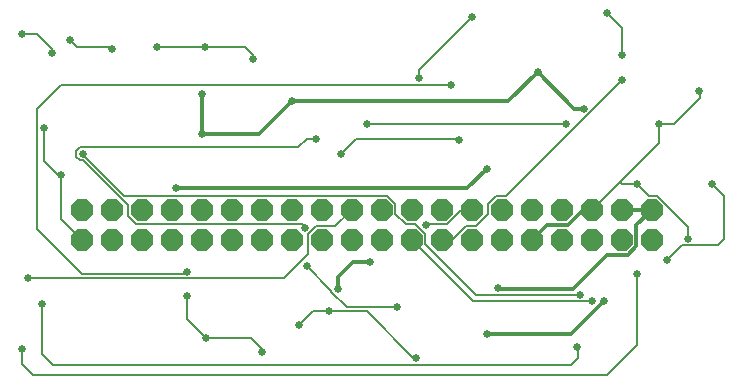
<source format=gbr>
G04 EAGLE Gerber RS-274X export*
G75*
%MOMM*%
%FSLAX34Y34*%
%LPD*%
%INBottom Copper*%
%IPPOS*%
%AMOC8*
5,1,8,0,0,1.08239X$1,22.5*%
G01*
%ADD10P,2.061953X8X202.500000*%
%ADD11C,0.304800*%
%ADD12C,0.654800*%
%ADD13C,0.152400*%


D10*
X584200Y117300D03*
X584200Y142700D03*
X558800Y117300D03*
X558800Y142700D03*
X533400Y117300D03*
X533400Y142700D03*
X508000Y117300D03*
X508000Y142700D03*
X482600Y117300D03*
X482600Y142700D03*
X457200Y117300D03*
X457200Y142700D03*
X431800Y117300D03*
X431800Y142700D03*
X406400Y117300D03*
X406400Y142700D03*
X381000Y117300D03*
X381000Y142700D03*
X355600Y117300D03*
X355600Y142700D03*
X330200Y117300D03*
X330200Y142700D03*
X304800Y117300D03*
X304800Y142700D03*
X279400Y117300D03*
X279400Y142700D03*
X254000Y117300D03*
X254000Y142700D03*
X228600Y117300D03*
X228600Y142700D03*
X203200Y117300D03*
X203200Y142700D03*
X177800Y117300D03*
X177800Y142700D03*
X152400Y117300D03*
X152400Y142700D03*
X127000Y117300D03*
X127000Y142700D03*
X101600Y117300D03*
X101600Y142700D03*
D11*
X482600Y117300D02*
X495427Y130127D01*
X525781Y142700D02*
X533400Y142700D01*
X513208Y130127D02*
X495427Y130127D01*
X513208Y130127D02*
X525781Y142700D01*
D12*
X69850Y212090D03*
D13*
X69850Y184150D01*
X81280Y172720D01*
X83820Y172720D01*
D12*
X83820Y172720D03*
D13*
X83820Y135080D01*
X101600Y117300D01*
D12*
X165890Y280670D03*
X205740Y280670D03*
D13*
X165890Y280670D01*
D12*
X431800Y306070D03*
D13*
X387350Y261620D01*
D12*
X387350Y254480D03*
D13*
X387350Y261620D01*
D12*
X285750Y45720D03*
D13*
X297180Y57150D01*
D12*
X311150Y57150D03*
D13*
X297180Y57150D01*
X311150Y57150D02*
X342900Y57150D01*
X382578Y17472D02*
X385118Y17472D01*
D12*
X385118Y17472D03*
D13*
X382578Y17472D02*
X342900Y57150D01*
D12*
X207010Y34290D03*
D13*
X190500Y50800D01*
D12*
X190500Y69850D03*
D13*
X190500Y50800D01*
X207010Y34290D02*
X245110Y34290D01*
X254000Y25400D01*
X254000Y22860D01*
D12*
X254000Y22860D03*
X590302Y215900D03*
D13*
X603250Y215900D01*
X624840Y237490D01*
X624840Y243360D01*
X624360Y243840D01*
D12*
X624360Y243840D03*
D13*
X557300Y166600D02*
X533400Y142700D01*
X557300Y166600D02*
X590302Y199602D01*
X590302Y215900D01*
D12*
X571500Y165100D03*
D13*
X558800Y165100D01*
X557300Y166600D01*
X571500Y165100D02*
X582089Y154511D01*
X589092Y154511D01*
X614680Y128923D01*
X614680Y119070D02*
X615160Y118590D01*
D12*
X615160Y118590D03*
D13*
X614680Y119070D02*
X614680Y128923D01*
D12*
X291017Y128083D03*
D13*
X147508Y130889D02*
X140589Y137808D01*
X102849Y184940D02*
X100410Y184940D01*
X97153Y188197D01*
X97153Y192803D01*
X100410Y196060D01*
X288211Y130889D02*
X291017Y128083D01*
X140589Y137808D02*
X140589Y147200D01*
X102849Y184940D01*
X100410Y196060D02*
X284960Y196060D01*
X288211Y130889D02*
X147508Y130889D01*
X284960Y196060D02*
X292100Y203200D01*
X299720Y203200D01*
D12*
X299720Y203200D03*
X392878Y129988D03*
D13*
X393779Y130889D01*
X423103Y142700D02*
X431800Y142700D01*
X411292Y130889D02*
X393779Y130889D01*
X411292Y130889D02*
X423103Y142700D01*
X240030Y280670D02*
X205740Y280670D01*
X240030Y280670D02*
X246380Y274320D01*
X246380Y270510D01*
D12*
X246380Y270510D03*
X321310Y190500D03*
D13*
X334010Y203200D01*
X420218Y203200D02*
X421460Y201958D01*
D12*
X421460Y201958D03*
D13*
X420218Y203200D02*
X334010Y203200D01*
D12*
X345440Y99060D03*
D11*
X331470Y99060D01*
X318770Y86360D01*
X318770Y76200D01*
D12*
X318770Y76200D03*
X203200Y241300D03*
X203200Y207010D03*
D11*
X203200Y241300D01*
D12*
X279400Y234950D03*
D11*
X251460Y207010D01*
X203200Y207010D01*
D12*
X487680Y259560D03*
D11*
X463070Y234950D01*
X279400Y234950D01*
X487680Y259560D02*
X518640Y228600D01*
X526807Y228600D02*
X526928Y228722D01*
D12*
X526928Y228722D03*
D11*
X526807Y228600D02*
X518640Y228600D01*
D12*
X342900Y215900D03*
X511810Y215900D03*
D13*
X342900Y215900D01*
D12*
X533400Y66040D03*
D13*
X526683Y66040D01*
X526203Y65560D01*
X432740Y65560D01*
X381000Y117300D01*
D12*
X444500Y177800D03*
D11*
X427990Y161290D01*
D12*
X181610Y161290D03*
D11*
X427990Y161290D01*
D12*
X50800Y25400D03*
D13*
X50800Y12700D02*
X60198Y3302D01*
X50800Y12700D02*
X50800Y25400D01*
X60198Y3302D02*
X546100Y3302D01*
X571500Y28702D01*
D12*
X571500Y88900D03*
D13*
X571500Y28702D01*
D12*
X67790Y63500D03*
D13*
X515620Y11430D02*
X521970Y17780D01*
X521970Y26670D01*
X520700Y26670D01*
D12*
X520700Y26670D03*
D13*
X67790Y21110D02*
X67790Y63500D01*
X67790Y21110D02*
X77470Y11430D01*
X515620Y11430D01*
D12*
X558800Y252730D03*
D13*
X460581Y154511D01*
X452308Y154511D01*
X445389Y147592D01*
X445389Y139319D01*
X435181Y129111D01*
X426908Y129111D01*
X415097Y117300D02*
X406400Y117300D01*
X415097Y117300D02*
X426908Y129111D01*
D12*
X56670Y85090D03*
D13*
X272590Y85090D01*
X292989Y122192D02*
X299908Y129111D01*
X292989Y105489D02*
X272590Y85090D01*
X316611Y129111D02*
X330200Y142700D01*
X292989Y122192D02*
X292989Y105489D01*
X299908Y129111D02*
X316611Y129111D01*
D12*
X543560Y66040D03*
D11*
X515620Y38100D01*
D12*
X444500Y38100D03*
D11*
X515620Y38100D01*
X558800Y142700D02*
X584200Y142700D01*
X571373Y112092D02*
X564008Y104727D01*
X571373Y129873D02*
X584200Y142700D01*
X546227Y104727D02*
X517700Y76200D01*
X571373Y112092D02*
X571373Y129873D01*
X564008Y104727D02*
X546227Y104727D01*
X454417Y76200D02*
X453937Y76680D01*
D12*
X453937Y76680D03*
D11*
X454417Y76200D02*
X517700Y76200D01*
D12*
X414020Y248920D03*
D13*
X83820Y248920D01*
X63500Y228600D01*
X63500Y127000D01*
X101600Y88900D01*
X190500Y88900D01*
X190500Y90650D01*
D12*
X190500Y90650D03*
X546100Y309880D03*
D13*
X558800Y297180D01*
D12*
X558800Y274320D03*
D13*
X558800Y297180D01*
D12*
X292100Y95250D03*
D13*
X313210Y74140D01*
X313210Y73897D01*
X326147Y60960D01*
D12*
X368300Y60960D03*
D13*
X326147Y60960D01*
D12*
X91440Y287020D03*
D13*
X97790Y280670D01*
X127000Y280670D01*
X127000Y279400D01*
D12*
X127000Y279400D03*
X597588Y100775D03*
D13*
X609843Y113030D01*
X640080Y113030D01*
X645160Y118110D01*
X645160Y154940D02*
X635000Y165100D01*
D12*
X635000Y165100D03*
D13*
X645160Y154940D02*
X645160Y118110D01*
D12*
X50800Y292100D03*
D13*
X63500Y292100D01*
X76200Y279400D01*
X76200Y275590D01*
D12*
X76200Y275590D03*
X523900Y71120D03*
D13*
X367411Y147592D02*
X360492Y154511D01*
X392811Y114186D02*
X435877Y71120D01*
X392811Y114186D02*
X392811Y122192D01*
X384114Y130889D01*
X376108Y130889D01*
X367411Y139586D01*
X367411Y147592D01*
X435877Y71120D02*
X523900Y71120D01*
X137589Y154511D02*
X101600Y190500D01*
X102713Y190500D01*
D12*
X102713Y190500D03*
D13*
X137589Y154511D02*
X360492Y154511D01*
M02*

</source>
